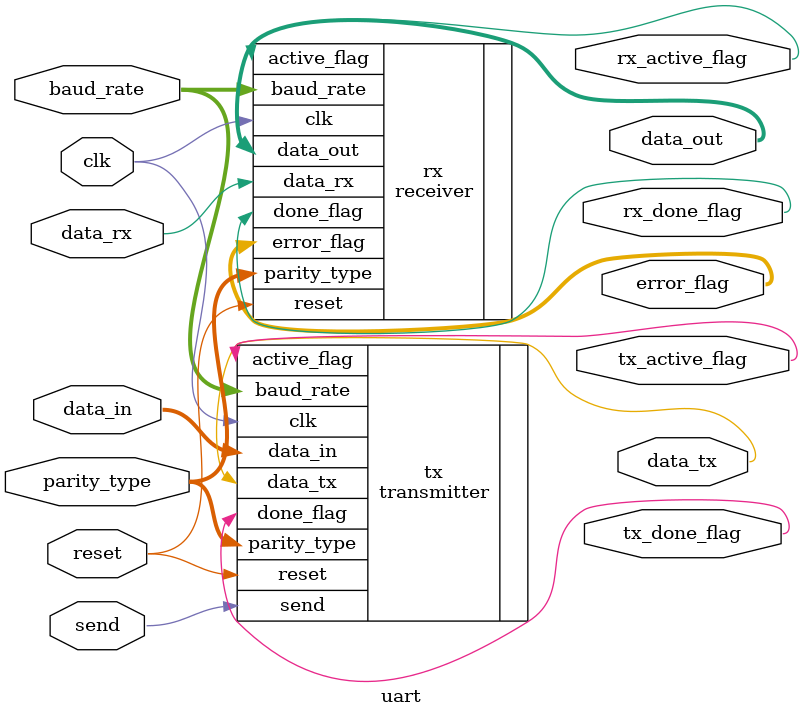
<source format=v>
module uart(

input reset,
input send,									// an enable to starting sending data 
input clk,
input [1:0] parity_type, baud_rate,
input [7:0] data_in,
input data_rx,

output tx_active_flag, tx_done_flag,
output rx_active_flag, rx_done_flag,
output data_tx,
output [7:0] data_out,
output [2:0] error_flag
);

transmitter tx(
.reset(reset),
.send(send),
.clk(clk),
.parity_type(parity_type),
.baud_rate(baud_rate),
.data_in(data_in),

.data_tx(data_tx),
.active_flag(tx_active_flag),
.done_flag(tx_done_flag)
);

receiver rx(
.reset(reset),
.clk(clk),
.parity_type(parity_type),
.baud_rate(baud_rate),
.data_rx(data_rx),
.data_out(data_out),
.error_flag(error_flag),
.active_flag(rx_active_flag),
.done_flag(rx_done_flag)
);


endmodule

</source>
